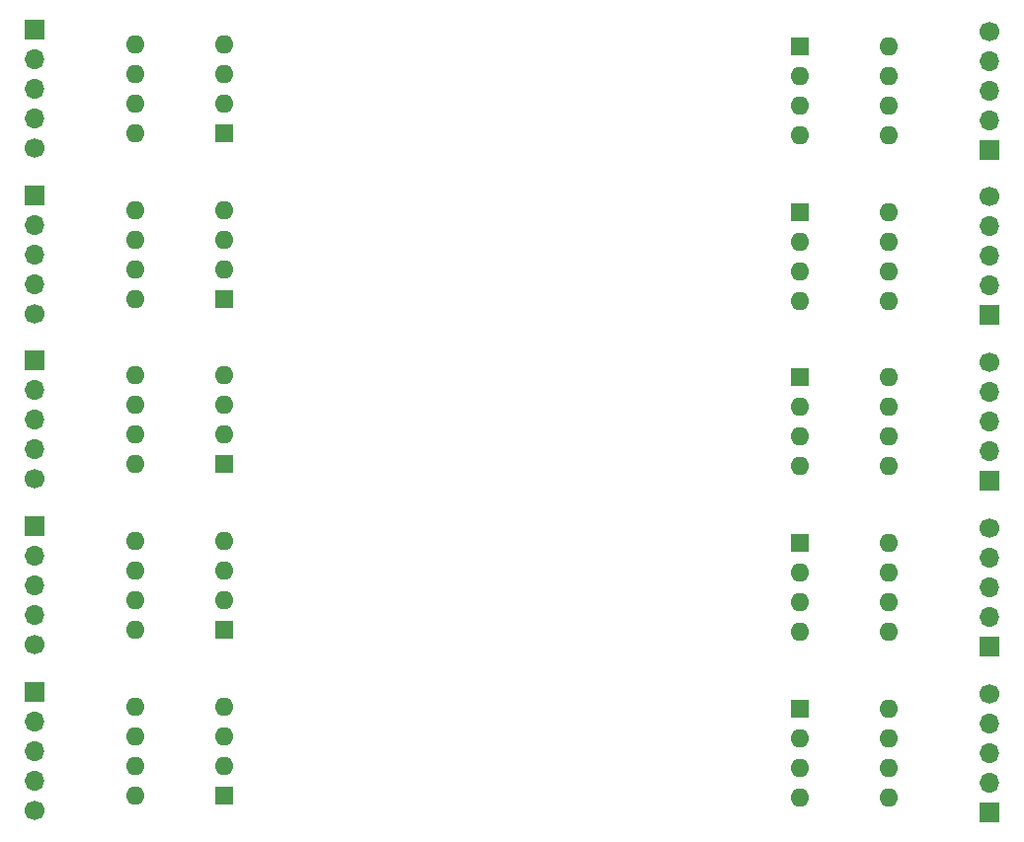
<source format=gbr>
%TF.GenerationSoftware,KiCad,Pcbnew,7.0.7*%
%TF.CreationDate,2023-09-18T18:06:58+02:00*%
%TF.ProjectId,attiny-usb_panel,61747469-6e79-42d7-9573-625f70616e65,rev?*%
%TF.SameCoordinates,Original*%
%TF.FileFunction,Soldermask,Bot*%
%TF.FilePolarity,Negative*%
%FSLAX46Y46*%
G04 Gerber Fmt 4.6, Leading zero omitted, Abs format (unit mm)*
G04 Created by KiCad (PCBNEW 7.0.7) date 2023-09-18 18:06:58*
%MOMM*%
%LPD*%
G01*
G04 APERTURE LIST*
%ADD10R,1.600000X1.600000*%
%ADD11O,1.600000X1.600000*%
%ADD12C,1.700000*%
%ADD13O,1.700000X1.700000*%
%ADD14R,1.700000X1.700000*%
G04 APERTURE END LIST*
D10*
%TO.C,U1*%
X74292000Y-53028000D03*
D11*
X74292000Y-50488000D03*
X74292000Y-47948000D03*
X74292000Y-45408000D03*
X66672000Y-45408000D03*
X66672000Y-47948000D03*
X66672000Y-50488000D03*
X66672000Y-53028000D03*
%TD*%
D12*
%TO.C,J1*%
X139954000Y-44297000D03*
D13*
X139954000Y-46837000D03*
X139954000Y-49377000D03*
X139954000Y-51917000D03*
D14*
X139954000Y-54457000D03*
%TD*%
D10*
%TO.C,U1*%
X123708000Y-45572000D03*
D11*
X123708000Y-48112000D03*
X123708000Y-50652000D03*
X123708000Y-53192000D03*
X131328000Y-53192000D03*
X131328000Y-50652000D03*
X131328000Y-48112000D03*
X131328000Y-45572000D03*
%TD*%
D12*
%TO.C,J1*%
X58046000Y-54303000D03*
D13*
X58046000Y-51763000D03*
X58046000Y-49223000D03*
X58046000Y-46683000D03*
D14*
X58046000Y-44143000D03*
%TD*%
D10*
%TO.C,U1*%
X74292000Y-67228000D03*
D11*
X74292000Y-64688000D03*
X74292000Y-62148000D03*
X74292000Y-59608000D03*
X66672000Y-59608000D03*
X66672000Y-62148000D03*
X66672000Y-64688000D03*
X66672000Y-67228000D03*
%TD*%
D12*
%TO.C,J1*%
X139954000Y-58497000D03*
D13*
X139954000Y-61037000D03*
X139954000Y-63577000D03*
X139954000Y-66117000D03*
D14*
X139954000Y-68657000D03*
%TD*%
D10*
%TO.C,U1*%
X123708000Y-59772000D03*
D11*
X123708000Y-62312000D03*
X123708000Y-64852000D03*
X123708000Y-67392000D03*
X131328000Y-67392000D03*
X131328000Y-64852000D03*
X131328000Y-62312000D03*
X131328000Y-59772000D03*
%TD*%
D12*
%TO.C,J1*%
X58046000Y-68503000D03*
D13*
X58046000Y-65963000D03*
X58046000Y-63423000D03*
X58046000Y-60883000D03*
D14*
X58046000Y-58343000D03*
%TD*%
D10*
%TO.C,U1*%
X74292000Y-81428000D03*
D11*
X74292000Y-78888000D03*
X74292000Y-76348000D03*
X74292000Y-73808000D03*
X66672000Y-73808000D03*
X66672000Y-76348000D03*
X66672000Y-78888000D03*
X66672000Y-81428000D03*
%TD*%
D12*
%TO.C,J1*%
X139954000Y-72697000D03*
D13*
X139954000Y-75237000D03*
X139954000Y-77777000D03*
X139954000Y-80317000D03*
D14*
X139954000Y-82857000D03*
%TD*%
D10*
%TO.C,U1*%
X123708000Y-73972000D03*
D11*
X123708000Y-76512000D03*
X123708000Y-79052000D03*
X123708000Y-81592000D03*
X131328000Y-81592000D03*
X131328000Y-79052000D03*
X131328000Y-76512000D03*
X131328000Y-73972000D03*
%TD*%
D12*
%TO.C,J1*%
X58046000Y-82703000D03*
D13*
X58046000Y-80163000D03*
X58046000Y-77623000D03*
X58046000Y-75083000D03*
D14*
X58046000Y-72543000D03*
%TD*%
D10*
%TO.C,U1*%
X74292000Y-95628000D03*
D11*
X74292000Y-93088000D03*
X74292000Y-90548000D03*
X74292000Y-88008000D03*
X66672000Y-88008000D03*
X66672000Y-90548000D03*
X66672000Y-93088000D03*
X66672000Y-95628000D03*
%TD*%
D12*
%TO.C,J1*%
X139954000Y-86897000D03*
D13*
X139954000Y-89437000D03*
X139954000Y-91977000D03*
X139954000Y-94517000D03*
D14*
X139954000Y-97057000D03*
%TD*%
D10*
%TO.C,U1*%
X123708000Y-88172000D03*
D11*
X123708000Y-90712000D03*
X123708000Y-93252000D03*
X123708000Y-95792000D03*
X131328000Y-95792000D03*
X131328000Y-93252000D03*
X131328000Y-90712000D03*
X131328000Y-88172000D03*
%TD*%
D12*
%TO.C,J1*%
X58046000Y-96903000D03*
D13*
X58046000Y-94363000D03*
X58046000Y-91823000D03*
X58046000Y-89283000D03*
D14*
X58046000Y-86743000D03*
%TD*%
D12*
%TO.C,J1*%
X58046000Y-111103000D03*
D13*
X58046000Y-108563000D03*
X58046000Y-106023000D03*
X58046000Y-103483000D03*
D14*
X58046000Y-100943000D03*
%TD*%
D10*
%TO.C,U1*%
X74292000Y-109828000D03*
D11*
X74292000Y-107288000D03*
X74292000Y-104748000D03*
X74292000Y-102208000D03*
X66672000Y-102208000D03*
X66672000Y-104748000D03*
X66672000Y-107288000D03*
X66672000Y-109828000D03*
%TD*%
D10*
%TO.C,U1*%
X123708000Y-102372000D03*
D11*
X123708000Y-104912000D03*
X123708000Y-107452000D03*
X123708000Y-109992000D03*
X131328000Y-109992000D03*
X131328000Y-107452000D03*
X131328000Y-104912000D03*
X131328000Y-102372000D03*
%TD*%
D12*
%TO.C,J1*%
X139954000Y-101097000D03*
D13*
X139954000Y-103637000D03*
X139954000Y-106177000D03*
X139954000Y-108717000D03*
D14*
X139954000Y-111257000D03*
%TD*%
M02*

</source>
